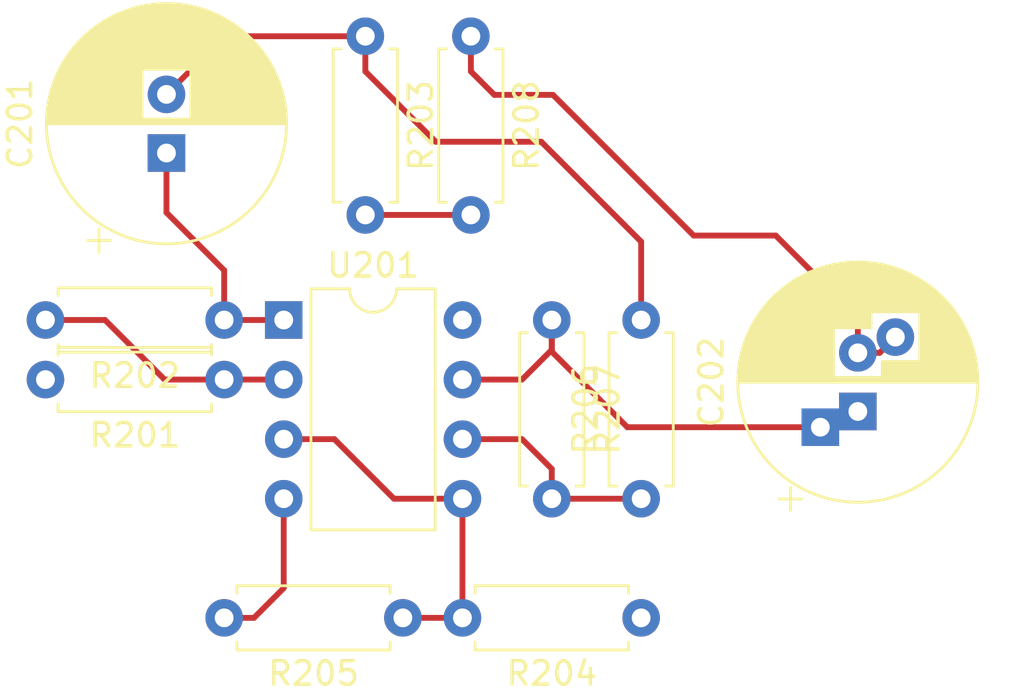
<source format=kicad_pcb>
(kicad_pcb (version 20171130) (host pcbnew "(5.1.9)-1")

  (general
    (thickness 1.6)
    (drawings 0)
    (tracks 45)
    (zones 0)
    (modules 11)
    (nets 11)
  )

  (page A4)
  (layers
    (0 F.Cu signal)
    (31 B.Cu signal)
    (32 B.Adhes user)
    (33 F.Adhes user)
    (34 B.Paste user)
    (35 F.Paste user)
    (36 B.SilkS user)
    (37 F.SilkS user)
    (38 B.Mask user)
    (39 F.Mask user)
    (40 Dwgs.User user)
    (41 Cmts.User user)
    (42 Eco1.User user)
    (43 Eco2.User user)
    (44 Edge.Cuts user)
    (45 Margin user)
    (46 B.CrtYd user)
    (47 F.CrtYd user)
    (48 B.Fab user)
    (49 F.Fab user)
  )

  (setup
    (last_trace_width 0.25)
    (trace_clearance 0.2)
    (zone_clearance 0.508)
    (zone_45_only no)
    (trace_min 0.2)
    (via_size 0.8)
    (via_drill 0.4)
    (via_min_size 0.4)
    (via_min_drill 0.3)
    (uvia_size 0.3)
    (uvia_drill 0.1)
    (uvias_allowed no)
    (uvia_min_size 0.2)
    (uvia_min_drill 0.1)
    (edge_width 0.1)
    (segment_width 0.2)
    (pcb_text_width 0.3)
    (pcb_text_size 1.5 1.5)
    (mod_edge_width 0.15)
    (mod_text_size 1 1)
    (mod_text_width 0.15)
    (pad_size 1.524 1.524)
    (pad_drill 0.762)
    (pad_to_mask_clearance 0)
    (aux_axis_origin 0 0)
    (visible_elements 7FFFFFFF)
    (pcbplotparams
      (layerselection 0x010fc_ffffffff)
      (usegerberextensions false)
      (usegerberattributes true)
      (usegerberadvancedattributes true)
      (creategerberjobfile true)
      (excludeedgelayer true)
      (linewidth 0.100000)
      (plotframeref false)
      (viasonmask false)
      (mode 1)
      (useauxorigin false)
      (hpglpennumber 1)
      (hpglpenspeed 20)
      (hpglpendiameter 15.000000)
      (psnegative false)
      (psa4output false)
      (plotreference true)
      (plotvalue true)
      (plotinvisibletext false)
      (padsonsilk false)
      (subtractmaskfromsilk false)
      (outputformat 1)
      (mirror false)
      (drillshape 1)
      (scaleselection 1)
      (outputdirectory ""))
  )

  (net 0 "")
  (net 1 "Net-(C201-Pad2)")
  (net 2 "Net-(C201-Pad1)")
  (net 3 Amplified_Output_to_PC_2)
  (net 4 "Net-(C202-Pad1)")
  (net 5 Electret_Mic)
  (net 6 +5V)
  (net 7 GND)
  (net 8 "Net-(R201-Pad1)")
  (net 9 GNDREF)
  (net 10 "Net-(R206-Pad1)")

  (net_class Default "This is the default net class."
    (clearance 0.2)
    (trace_width 0.25)
    (via_dia 0.8)
    (via_drill 0.4)
    (uvia_dia 0.3)
    (uvia_drill 0.1)
    (add_net +5V)
    (add_net Amplified_Output_to_PC_2)
    (add_net Electret_Mic)
    (add_net GND)
    (add_net GNDREF)
    (add_net "Net-(C201-Pad1)")
    (add_net "Net-(C201-Pad2)")
    (add_net "Net-(C202-Pad1)")
    (add_net "Net-(R201-Pad1)")
    (add_net "Net-(R206-Pad1)")
  )

  (module Capacitor_THT:CP_Radial_D10.0mm_P2.50mm_P5.00mm (layer F.Cu) (tedit 5AE50EF1) (tstamp 60B1FA43)
    (at 121 105.5 90)
    (descr "CP, Radial series, Radial, pin pitch=2.50mm 5.00mm, , diameter=10mm, Electrolytic Capacitor")
    (tags "CP Radial series Radial pin pitch 2.50mm 5.00mm  diameter 10mm Electrolytic Capacitor")
    (path /60B215B5/60B2909C)
    (fp_text reference C202 (at 1.25 -6.25 90) (layer F.SilkS)
      (effects (font (size 1 1) (thickness 0.15)))
    )
    (fp_text value 220u (at 1.25 6.25 90) (layer F.Fab)
      (effects (font (size 1 1) (thickness 0.15)))
    )
    (fp_line (start -3.729646 -3.375) (end -3.729646 -2.375) (layer F.SilkS) (width 0.12))
    (fp_line (start -4.229646 -2.875) (end -3.229646 -2.875) (layer F.SilkS) (width 0.12))
    (fp_line (start 6.331 -0.599) (end 6.331 0.599) (layer F.SilkS) (width 0.12))
    (fp_line (start 6.291 -0.862) (end 6.291 0.862) (layer F.SilkS) (width 0.12))
    (fp_line (start 6.251 -1.062) (end 6.251 1.062) (layer F.SilkS) (width 0.12))
    (fp_line (start 6.211 -1.23) (end 6.211 1.23) (layer F.SilkS) (width 0.12))
    (fp_line (start 6.171 -1.378) (end 6.171 1.378) (layer F.SilkS) (width 0.12))
    (fp_line (start 6.131 -1.51) (end 6.131 1.51) (layer F.SilkS) (width 0.12))
    (fp_line (start 6.091 -1.63) (end 6.091 1.63) (layer F.SilkS) (width 0.12))
    (fp_line (start 6.051 -1.742) (end 6.051 1.742) (layer F.SilkS) (width 0.12))
    (fp_line (start 6.011 -1.846) (end 6.011 1.846) (layer F.SilkS) (width 0.12))
    (fp_line (start 5.971 -1.944) (end 5.971 1.944) (layer F.SilkS) (width 0.12))
    (fp_line (start 5.931 -2.037) (end 5.931 2.037) (layer F.SilkS) (width 0.12))
    (fp_line (start 5.891 -2.125) (end 5.891 2.125) (layer F.SilkS) (width 0.12))
    (fp_line (start 5.851 -2.209) (end 5.851 2.209) (layer F.SilkS) (width 0.12))
    (fp_line (start 5.811 -2.289) (end 5.811 2.289) (layer F.SilkS) (width 0.12))
    (fp_line (start 5.771 -2.365) (end 5.771 2.365) (layer F.SilkS) (width 0.12))
    (fp_line (start 5.731 -2.439) (end 5.731 2.439) (layer F.SilkS) (width 0.12))
    (fp_line (start 5.691 -2.51) (end 5.691 2.51) (layer F.SilkS) (width 0.12))
    (fp_line (start 5.651 -2.579) (end 5.651 2.579) (layer F.SilkS) (width 0.12))
    (fp_line (start 5.611 -2.645) (end 5.611 2.645) (layer F.SilkS) (width 0.12))
    (fp_line (start 5.571 -2.709) (end 5.571 2.709) (layer F.SilkS) (width 0.12))
    (fp_line (start 5.531 -2.77) (end 5.531 2.77) (layer F.SilkS) (width 0.12))
    (fp_line (start 5.491 -2.83) (end 5.491 2.83) (layer F.SilkS) (width 0.12))
    (fp_line (start 5.451 -2.889) (end 5.451 2.889) (layer F.SilkS) (width 0.12))
    (fp_line (start 5.411 -2.945) (end 5.411 2.945) (layer F.SilkS) (width 0.12))
    (fp_line (start 5.371 -3) (end 5.371 3) (layer F.SilkS) (width 0.12))
    (fp_line (start 5.331 -3.054) (end 5.331 3.054) (layer F.SilkS) (width 0.12))
    (fp_line (start 5.291 -3.106) (end 5.291 3.106) (layer F.SilkS) (width 0.12))
    (fp_line (start 5.251 -3.156) (end 5.251 3.156) (layer F.SilkS) (width 0.12))
    (fp_line (start 5.211 -3.206) (end 5.211 3.206) (layer F.SilkS) (width 0.12))
    (fp_line (start 5.171 -3.254) (end 5.171 3.254) (layer F.SilkS) (width 0.12))
    (fp_line (start 5.131 -3.301) (end 5.131 3.301) (layer F.SilkS) (width 0.12))
    (fp_line (start 5.091 -3.347) (end 5.091 3.347) (layer F.SilkS) (width 0.12))
    (fp_line (start 5.051 -3.392) (end 5.051 3.392) (layer F.SilkS) (width 0.12))
    (fp_line (start 5.011 -3.436) (end 5.011 3.436) (layer F.SilkS) (width 0.12))
    (fp_line (start 4.971 -3.478) (end 4.971 3.478) (layer F.SilkS) (width 0.12))
    (fp_line (start 4.931 -3.52) (end 4.931 3.52) (layer F.SilkS) (width 0.12))
    (fp_line (start 4.891 -3.561) (end 4.891 3.561) (layer F.SilkS) (width 0.12))
    (fp_line (start 4.851 -3.601) (end 4.851 3.601) (layer F.SilkS) (width 0.12))
    (fp_line (start 4.811 -3.64) (end 4.811 3.64) (layer F.SilkS) (width 0.12))
    (fp_line (start 4.771 -3.679) (end 4.771 3.679) (layer F.SilkS) (width 0.12))
    (fp_line (start 4.731 -3.716) (end 4.731 3.716) (layer F.SilkS) (width 0.12))
    (fp_line (start 4.691 -3.753) (end 4.691 3.753) (layer F.SilkS) (width 0.12))
    (fp_line (start 4.651 -3.789) (end 4.651 3.789) (layer F.SilkS) (width 0.12))
    (fp_line (start 4.611 -3.824) (end 4.611 3.824) (layer F.SilkS) (width 0.12))
    (fp_line (start 4.571 -3.858) (end 4.571 3.858) (layer F.SilkS) (width 0.12))
    (fp_line (start 4.531 -3.892) (end 4.531 3.892) (layer F.SilkS) (width 0.12))
    (fp_line (start 4.491 -3.925) (end 4.491 3.925) (layer F.SilkS) (width 0.12))
    (fp_line (start 4.451 -3.957) (end 4.451 3.957) (layer F.SilkS) (width 0.12))
    (fp_line (start 4.411 -3.989) (end 4.411 3.989) (layer F.SilkS) (width 0.12))
    (fp_line (start 4.371 -4.02) (end 4.371 4.02) (layer F.SilkS) (width 0.12))
    (fp_line (start 4.331 -4.05) (end 4.331 4.05) (layer F.SilkS) (width 0.12))
    (fp_line (start 4.291 -4.08) (end 4.291 4.08) (layer F.SilkS) (width 0.12))
    (fp_line (start 4.251 -4.11) (end 4.251 4.11) (layer F.SilkS) (width 0.12))
    (fp_line (start 4.211 2.64) (end 4.211 4.138) (layer F.SilkS) (width 0.12))
    (fp_line (start 4.211 -4.138) (end 4.211 0.56) (layer F.SilkS) (width 0.12))
    (fp_line (start 4.171 2.64) (end 4.171 4.166) (layer F.SilkS) (width 0.12))
    (fp_line (start 4.171 -4.166) (end 4.171 0.56) (layer F.SilkS) (width 0.12))
    (fp_line (start 4.131 2.64) (end 4.131 4.194) (layer F.SilkS) (width 0.12))
    (fp_line (start 4.131 -4.194) (end 4.131 0.56) (layer F.SilkS) (width 0.12))
    (fp_line (start 4.091 2.64) (end 4.091 4.221) (layer F.SilkS) (width 0.12))
    (fp_line (start 4.091 -4.221) (end 4.091 0.56) (layer F.SilkS) (width 0.12))
    (fp_line (start 4.051 2.64) (end 4.051 4.247) (layer F.SilkS) (width 0.12))
    (fp_line (start 4.051 -4.247) (end 4.051 0.56) (layer F.SilkS) (width 0.12))
    (fp_line (start 4.011 2.64) (end 4.011 4.273) (layer F.SilkS) (width 0.12))
    (fp_line (start 4.011 -4.273) (end 4.011 0.56) (layer F.SilkS) (width 0.12))
    (fp_line (start 3.971 2.64) (end 3.971 4.298) (layer F.SilkS) (width 0.12))
    (fp_line (start 3.971 -4.298) (end 3.971 0.56) (layer F.SilkS) (width 0.12))
    (fp_line (start 3.931 2.64) (end 3.931 4.323) (layer F.SilkS) (width 0.12))
    (fp_line (start 3.931 -4.323) (end 3.931 0.56) (layer F.SilkS) (width 0.12))
    (fp_line (start 3.891 2.64) (end 3.891 4.347) (layer F.SilkS) (width 0.12))
    (fp_line (start 3.891 -4.347) (end 3.891 0.56) (layer F.SilkS) (width 0.12))
    (fp_line (start 3.851 2.64) (end 3.851 4.371) (layer F.SilkS) (width 0.12))
    (fp_line (start 3.851 -4.371) (end 3.851 0.56) (layer F.SilkS) (width 0.12))
    (fp_line (start 3.811 2.64) (end 3.811 4.395) (layer F.SilkS) (width 0.12))
    (fp_line (start 3.811 -4.395) (end 3.811 0.56) (layer F.SilkS) (width 0.12))
    (fp_line (start 3.771 2.64) (end 3.771 4.417) (layer F.SilkS) (width 0.12))
    (fp_line (start 3.771 -4.417) (end 3.771 0.56) (layer F.SilkS) (width 0.12))
    (fp_line (start 3.731 2.64) (end 3.731 4.44) (layer F.SilkS) (width 0.12))
    (fp_line (start 3.731 -4.44) (end 3.731 0.56) (layer F.SilkS) (width 0.12))
    (fp_line (start 3.691 2.64) (end 3.691 4.462) (layer F.SilkS) (width 0.12))
    (fp_line (start 3.691 -4.462) (end 3.691 0.56) (layer F.SilkS) (width 0.12))
    (fp_line (start 3.651 2.64) (end 3.651 4.483) (layer F.SilkS) (width 0.12))
    (fp_line (start 3.651 -4.483) (end 3.651 0.56) (layer F.SilkS) (width 0.12))
    (fp_line (start 3.611 2.64) (end 3.611 4.504) (layer F.SilkS) (width 0.12))
    (fp_line (start 3.611 -4.504) (end 3.611 0.56) (layer F.SilkS) (width 0.12))
    (fp_line (start 3.571 2.64) (end 3.571 4.525) (layer F.SilkS) (width 0.12))
    (fp_line (start 3.571 -4.525) (end 3.571 0.56) (layer F.SilkS) (width 0.12))
    (fp_line (start 3.531 2.64) (end 3.531 4.545) (layer F.SilkS) (width 0.12))
    (fp_line (start 3.531 -4.545) (end 3.531 -1.04) (layer F.SilkS) (width 0.12))
    (fp_line (start 3.491 2.64) (end 3.491 4.564) (layer F.SilkS) (width 0.12))
    (fp_line (start 3.491 -4.564) (end 3.491 -1.04) (layer F.SilkS) (width 0.12))
    (fp_line (start 3.451 2.64) (end 3.451 4.584) (layer F.SilkS) (width 0.12))
    (fp_line (start 3.451 -4.584) (end 3.451 -1.04) (layer F.SilkS) (width 0.12))
    (fp_line (start 3.411 2.64) (end 3.411 4.603) (layer F.SilkS) (width 0.12))
    (fp_line (start 3.411 -4.603) (end 3.411 -1.04) (layer F.SilkS) (width 0.12))
    (fp_line (start 3.371 2.64) (end 3.371 4.621) (layer F.SilkS) (width 0.12))
    (fp_line (start 3.371 -4.621) (end 3.371 -1.04) (layer F.SilkS) (width 0.12))
    (fp_line (start 3.331 2.64) (end 3.331 4.639) (layer F.SilkS) (width 0.12))
    (fp_line (start 3.331 -4.639) (end 3.331 -1.04) (layer F.SilkS) (width 0.12))
    (fp_line (start 3.291 2.64) (end 3.291 4.657) (layer F.SilkS) (width 0.12))
    (fp_line (start 3.291 -4.657) (end 3.291 -1.04) (layer F.SilkS) (width 0.12))
    (fp_line (start 3.251 2.64) (end 3.251 4.674) (layer F.SilkS) (width 0.12))
    (fp_line (start 3.251 -4.674) (end 3.251 -1.04) (layer F.SilkS) (width 0.12))
    (fp_line (start 3.211 2.64) (end 3.211 4.69) (layer F.SilkS) (width 0.12))
    (fp_line (start 3.211 -4.69) (end 3.211 -1.04) (layer F.SilkS) (width 0.12))
    (fp_line (start 3.171 2.64) (end 3.171 4.707) (layer F.SilkS) (width 0.12))
    (fp_line (start 3.171 -4.707) (end 3.171 -1.04) (layer F.SilkS) (width 0.12))
    (fp_line (start 3.131 2.64) (end 3.131 4.723) (layer F.SilkS) (width 0.12))
    (fp_line (start 3.131 -4.723) (end 3.131 -1.04) (layer F.SilkS) (width 0.12))
    (fp_line (start 3.091 2.64) (end 3.091 4.738) (layer F.SilkS) (width 0.12))
    (fp_line (start 3.091 -4.738) (end 3.091 -1.04) (layer F.SilkS) (width 0.12))
    (fp_line (start 3.051 2.64) (end 3.051 4.754) (layer F.SilkS) (width 0.12))
    (fp_line (start 3.051 -4.754) (end 3.051 -1.04) (layer F.SilkS) (width 0.12))
    (fp_line (start 3.011 2.64) (end 3.011 4.768) (layer F.SilkS) (width 0.12))
    (fp_line (start 3.011 -4.768) (end 3.011 -1.04) (layer F.SilkS) (width 0.12))
    (fp_line (start 2.971 2.64) (end 2.971 4.783) (layer F.SilkS) (width 0.12))
    (fp_line (start 2.971 -4.783) (end 2.971 -1.04) (layer F.SilkS) (width 0.12))
    (fp_line (start 2.931 2.64) (end 2.931 4.797) (layer F.SilkS) (width 0.12))
    (fp_line (start 2.931 -4.797) (end 2.931 -1.04) (layer F.SilkS) (width 0.12))
    (fp_line (start 2.891 2.64) (end 2.891 4.811) (layer F.SilkS) (width 0.12))
    (fp_line (start 2.891 -4.811) (end 2.891 -1.04) (layer F.SilkS) (width 0.12))
    (fp_line (start 2.851 2.64) (end 2.851 4.824) (layer F.SilkS) (width 0.12))
    (fp_line (start 2.851 -4.824) (end 2.851 -1.04) (layer F.SilkS) (width 0.12))
    (fp_line (start 2.811 2.64) (end 2.811 4.837) (layer F.SilkS) (width 0.12))
    (fp_line (start 2.811 -4.837) (end 2.811 -1.04) (layer F.SilkS) (width 0.12))
    (fp_line (start 2.771 2.64) (end 2.771 4.85) (layer F.SilkS) (width 0.12))
    (fp_line (start 2.771 -4.85) (end 2.771 -1.04) (layer F.SilkS) (width 0.12))
    (fp_line (start 2.731 2.64) (end 2.731 4.862) (layer F.SilkS) (width 0.12))
    (fp_line (start 2.731 -4.862) (end 2.731 -1.04) (layer F.SilkS) (width 0.12))
    (fp_line (start 2.691 2.64) (end 2.691 4.874) (layer F.SilkS) (width 0.12))
    (fp_line (start 2.691 -4.874) (end 2.691 -1.04) (layer F.SilkS) (width 0.12))
    (fp_line (start 2.651 2.64) (end 2.651 4.885) (layer F.SilkS) (width 0.12))
    (fp_line (start 2.651 -4.885) (end 2.651 -1.04) (layer F.SilkS) (width 0.12))
    (fp_line (start 2.611 2.64) (end 2.611 4.897) (layer F.SilkS) (width 0.12))
    (fp_line (start 2.611 -4.897) (end 2.611 -1.04) (layer F.SilkS) (width 0.12))
    (fp_line (start 2.571 2.64) (end 2.571 4.907) (layer F.SilkS) (width 0.12))
    (fp_line (start 2.571 -4.907) (end 2.571 -1.04) (layer F.SilkS) (width 0.12))
    (fp_line (start 2.531 2.64) (end 2.531 4.918) (layer F.SilkS) (width 0.12))
    (fp_line (start 2.531 -4.918) (end 2.531 -1.04) (layer F.SilkS) (width 0.12))
    (fp_line (start 2.491 2.64) (end 2.491 4.928) (layer F.SilkS) (width 0.12))
    (fp_line (start 2.491 -4.928) (end 2.491 -1.04) (layer F.SilkS) (width 0.12))
    (fp_line (start 2.451 2.64) (end 2.451 4.938) (layer F.SilkS) (width 0.12))
    (fp_line (start 2.451 -4.938) (end 2.451 -1.04) (layer F.SilkS) (width 0.12))
    (fp_line (start 2.411 2.64) (end 2.411 4.947) (layer F.SilkS) (width 0.12))
    (fp_line (start 2.411 -4.947) (end 2.411 -1.04) (layer F.SilkS) (width 0.12))
    (fp_line (start 2.371 2.64) (end 2.371 4.956) (layer F.SilkS) (width 0.12))
    (fp_line (start 2.371 -4.956) (end 2.371 -1.04) (layer F.SilkS) (width 0.12))
    (fp_line (start 2.331 2.64) (end 2.331 4.965) (layer F.SilkS) (width 0.12))
    (fp_line (start 2.331 -4.965) (end 2.331 -1.04) (layer F.SilkS) (width 0.12))
    (fp_line (start 2.291 2.64) (end 2.291 4.974) (layer F.SilkS) (width 0.12))
    (fp_line (start 2.291 -4.974) (end 2.291 -1.04) (layer F.SilkS) (width 0.12))
    (fp_line (start 2.251 2.64) (end 2.251 4.982) (layer F.SilkS) (width 0.12))
    (fp_line (start 2.251 -4.982) (end 2.251 -1.04) (layer F.SilkS) (width 0.12))
    (fp_line (start 2.211 2.64) (end 2.211 4.99) (layer F.SilkS) (width 0.12))
    (fp_line (start 2.211 -4.99) (end 2.211 -1.04) (layer F.SilkS) (width 0.12))
    (fp_line (start 2.171 2.64) (end 2.171 4.997) (layer F.SilkS) (width 0.12))
    (fp_line (start 2.171 -4.997) (end 2.171 -1.04) (layer F.SilkS) (width 0.12))
    (fp_line (start 2.131 1.04) (end 2.131 5.004) (layer F.SilkS) (width 0.12))
    (fp_line (start 2.131 -5.004) (end 2.131 -1.04) (layer F.SilkS) (width 0.12))
    (fp_line (start 2.091 1.04) (end 2.091 5.011) (layer F.SilkS) (width 0.12))
    (fp_line (start 2.091 -5.011) (end 2.091 -1.04) (layer F.SilkS) (width 0.12))
    (fp_line (start 2.051 1.04) (end 2.051 5.018) (layer F.SilkS) (width 0.12))
    (fp_line (start 2.051 -5.018) (end 2.051 -1.04) (layer F.SilkS) (width 0.12))
    (fp_line (start 2.011 1.04) (end 2.011 5.024) (layer F.SilkS) (width 0.12))
    (fp_line (start 2.011 -5.024) (end 2.011 -1.04) (layer F.SilkS) (width 0.12))
    (fp_line (start 1.971 1.04) (end 1.971 5.03) (layer F.SilkS) (width 0.12))
    (fp_line (start 1.971 -5.03) (end 1.971 -1.04) (layer F.SilkS) (width 0.12))
    (fp_line (start 1.93 1.04) (end 1.93 5.035) (layer F.SilkS) (width 0.12))
    (fp_line (start 1.93 -5.035) (end 1.93 -1.04) (layer F.SilkS) (width 0.12))
    (fp_line (start 1.89 1.04) (end 1.89 5.04) (layer F.SilkS) (width 0.12))
    (fp_line (start 1.89 -5.04) (end 1.89 -1.04) (layer F.SilkS) (width 0.12))
    (fp_line (start 1.85 1.04) (end 1.85 5.045) (layer F.SilkS) (width 0.12))
    (fp_line (start 1.85 -5.045) (end 1.85 -1.04) (layer F.SilkS) (width 0.12))
    (fp_line (start 1.81 1.04) (end 1.81 5.05) (layer F.SilkS) (width 0.12))
    (fp_line (start 1.81 -5.05) (end 1.81 -1.04) (layer F.SilkS) (width 0.12))
    (fp_line (start 1.77 1.04) (end 1.77 5.054) (layer F.SilkS) (width 0.12))
    (fp_line (start 1.77 -5.054) (end 1.77 -1.04) (layer F.SilkS) (width 0.12))
    (fp_line (start 1.73 1.04) (end 1.73 5.058) (layer F.SilkS) (width 0.12))
    (fp_line (start 1.73 -5.058) (end 1.73 -1.04) (layer F.SilkS) (width 0.12))
    (fp_line (start 1.69 1.04) (end 1.69 5.062) (layer F.SilkS) (width 0.12))
    (fp_line (start 1.69 -5.062) (end 1.69 -1.04) (layer F.SilkS) (width 0.12))
    (fp_line (start 1.65 1.04) (end 1.65 5.065) (layer F.SilkS) (width 0.12))
    (fp_line (start 1.65 -5.065) (end 1.65 -1.04) (layer F.SilkS) (width 0.12))
    (fp_line (start 1.61 1.04) (end 1.61 5.068) (layer F.SilkS) (width 0.12))
    (fp_line (start 1.61 -5.068) (end 1.61 -1.04) (layer F.SilkS) (width 0.12))
    (fp_line (start 1.57 1.04) (end 1.57 5.07) (layer F.SilkS) (width 0.12))
    (fp_line (start 1.57 -5.07) (end 1.57 -1.04) (layer F.SilkS) (width 0.12))
    (fp_line (start 1.53 1.04) (end 1.53 5.073) (layer F.SilkS) (width 0.12))
    (fp_line (start 1.53 -5.073) (end 1.53 -1.04) (layer F.SilkS) (width 0.12))
    (fp_line (start 1.49 1.04) (end 1.49 5.075) (layer F.SilkS) (width 0.12))
    (fp_line (start 1.49 -5.075) (end 1.49 -1.04) (layer F.SilkS) (width 0.12))
    (fp_line (start 1.45 -5.077) (end 1.45 5.077) (layer F.SilkS) (width 0.12))
    (fp_line (start 1.41 -5.078) (end 1.41 5.078) (layer F.SilkS) (width 0.12))
    (fp_line (start 1.37 -5.079) (end 1.37 5.079) (layer F.SilkS) (width 0.12))
    (fp_line (start 1.33 -5.08) (end 1.33 5.08) (layer F.SilkS) (width 0.12))
    (fp_line (start 1.29 -5.08) (end 1.29 5.08) (layer F.SilkS) (width 0.12))
    (fp_line (start 1.25 -5.08) (end 1.25 5.08) (layer F.SilkS) (width 0.12))
    (fp_line (start -2.538861 -2.6875) (end -2.538861 -1.6875) (layer F.Fab) (width 0.1))
    (fp_line (start -3.038861 -2.1875) (end -2.038861 -2.1875) (layer F.Fab) (width 0.1))
    (fp_circle (center 1.25 0) (end 6.5 0) (layer F.CrtYd) (width 0.05))
    (fp_circle (center 1.25 0) (end 6.37 0) (layer F.SilkS) (width 0.12))
    (fp_circle (center 1.25 0) (end 6.25 0) (layer F.Fab) (width 0.1))
    (fp_text user %R (at 1.25 0 90) (layer F.Fab)
      (effects (font (size 1 1) (thickness 0.15)))
    )
    (pad 2 thru_hole circle (at 3.170937 1.6 90) (size 1.6 1.6) (drill 0.8) (layers *.Cu *.Mask)
      (net 3 Amplified_Output_to_PC_2))
    (pad 1 thru_hole rect (at -0.670937 -1.6 90) (size 1.6 1.6) (drill 0.8) (layers *.Cu *.Mask)
      (net 4 "Net-(C202-Pad1)"))
    (pad 2 thru_hole circle (at 2.5 0 90) (size 1.6 1.6) (drill 0.8) (layers *.Cu *.Mask)
      (net 3 Amplified_Output_to_PC_2))
    (pad 1 thru_hole rect (at 0 0 90) (size 1.6 1.6) (drill 0.8) (layers *.Cu *.Mask)
      (net 4 "Net-(C202-Pad1)"))
    (model ${KISYS3DMOD}/Capacitor_THT.3dshapes/CP_Radial_D10.0mm_P2.50mm_P5.00mm.wrl
      (at (xyz 0 0 0))
      (scale (xyz 1 1 1))
      (rotate (xyz 0 0 0))
    )
  )

  (module Package_DIP:DIP-8_W7.62mm (layer F.Cu) (tedit 5A02E8C5) (tstamp 60B1B9FE)
    (at 96.52 101.6)
    (descr "8-lead though-hole mounted DIP package, row spacing 7.62 mm (300 mils)")
    (tags "THT DIP DIL PDIP 2.54mm 7.62mm 300mil")
    (path /60B215B5/60B290D4)
    (fp_text reference U201 (at 3.81 -2.33) (layer F.SilkS)
      (effects (font (size 1 1) (thickness 0.15)))
    )
    (fp_text value TL072 (at 3.81 9.95) (layer F.Fab)
      (effects (font (size 1 1) (thickness 0.15)))
    )
    (fp_line (start 8.7 -1.55) (end -1.1 -1.55) (layer F.CrtYd) (width 0.05))
    (fp_line (start 8.7 9.15) (end 8.7 -1.55) (layer F.CrtYd) (width 0.05))
    (fp_line (start -1.1 9.15) (end 8.7 9.15) (layer F.CrtYd) (width 0.05))
    (fp_line (start -1.1 -1.55) (end -1.1 9.15) (layer F.CrtYd) (width 0.05))
    (fp_line (start 6.46 -1.33) (end 4.81 -1.33) (layer F.SilkS) (width 0.12))
    (fp_line (start 6.46 8.95) (end 6.46 -1.33) (layer F.SilkS) (width 0.12))
    (fp_line (start 1.16 8.95) (end 6.46 8.95) (layer F.SilkS) (width 0.12))
    (fp_line (start 1.16 -1.33) (end 1.16 8.95) (layer F.SilkS) (width 0.12))
    (fp_line (start 2.81 -1.33) (end 1.16 -1.33) (layer F.SilkS) (width 0.12))
    (fp_line (start 0.635 -0.27) (end 1.635 -1.27) (layer F.Fab) (width 0.1))
    (fp_line (start 0.635 8.89) (end 0.635 -0.27) (layer F.Fab) (width 0.1))
    (fp_line (start 6.985 8.89) (end 0.635 8.89) (layer F.Fab) (width 0.1))
    (fp_line (start 6.985 -1.27) (end 6.985 8.89) (layer F.Fab) (width 0.1))
    (fp_line (start 1.635 -1.27) (end 6.985 -1.27) (layer F.Fab) (width 0.1))
    (fp_text user %R (at 3.81 3.81) (layer F.Fab)
      (effects (font (size 1 1) (thickness 0.15)))
    )
    (fp_arc (start 3.81 -1.33) (end 2.81 -1.33) (angle -180) (layer F.SilkS) (width 0.12))
    (pad 8 thru_hole oval (at 7.62 0) (size 1.6 1.6) (drill 0.8) (layers *.Cu *.Mask)
      (net 6 +5V))
    (pad 4 thru_hole oval (at 0 7.62) (size 1.6 1.6) (drill 0.8) (layers *.Cu *.Mask)
      (net 7 GND))
    (pad 7 thru_hole oval (at 7.62 2.54) (size 1.6 1.6) (drill 0.8) (layers *.Cu *.Mask)
      (net 4 "Net-(C202-Pad1)"))
    (pad 3 thru_hole oval (at 0 5.08) (size 1.6 1.6) (drill 0.8) (layers *.Cu *.Mask)
      (net 9 GNDREF))
    (pad 6 thru_hole oval (at 7.62 5.08) (size 1.6 1.6) (drill 0.8) (layers *.Cu *.Mask)
      (net 10 "Net-(R206-Pad1)"))
    (pad 2 thru_hole oval (at 0 2.54) (size 1.6 1.6) (drill 0.8) (layers *.Cu *.Mask)
      (net 8 "Net-(R201-Pad1)"))
    (pad 5 thru_hole oval (at 7.62 7.62) (size 1.6 1.6) (drill 0.8) (layers *.Cu *.Mask)
      (net 9 GNDREF))
    (pad 1 thru_hole rect (at 0 0) (size 1.6 1.6) (drill 0.8) (layers *.Cu *.Mask)
      (net 2 "Net-(C201-Pad1)"))
    (model ${KISYS3DMOD}/Package_DIP.3dshapes/DIP-8_W7.62mm.wrl
      (at (xyz 0 0 0))
      (scale (xyz 1 1 1))
      (rotate (xyz 0 0 0))
    )
  )

  (module Resistor_THT:R_Axial_DIN0207_L6.3mm_D2.5mm_P7.62mm_Horizontal (layer F.Cu) (tedit 5AE5139B) (tstamp 60B20858)
    (at 104.5 89.5 270)
    (descr "Resistor, Axial_DIN0207 series, Axial, Horizontal, pin pitch=7.62mm, 0.25W = 1/4W, length*diameter=6.3*2.5mm^2, http://cdn-reichelt.de/documents/datenblatt/B400/1_4W%23YAG.pdf")
    (tags "Resistor Axial_DIN0207 series Axial Horizontal pin pitch 7.62mm 0.25W = 1/4W length 6.3mm diameter 2.5mm")
    (path /60B215B5/60B290FE)
    (fp_text reference R208 (at 3.81 -2.37 90) (layer F.SilkS)
      (effects (font (size 1 1) (thickness 0.15)))
    )
    (fp_text value 10k (at 3.81 2.37 90) (layer F.Fab)
      (effects (font (size 1 1) (thickness 0.15)))
    )
    (fp_line (start 8.67 -1.5) (end -1.05 -1.5) (layer F.CrtYd) (width 0.05))
    (fp_line (start 8.67 1.5) (end 8.67 -1.5) (layer F.CrtYd) (width 0.05))
    (fp_line (start -1.05 1.5) (end 8.67 1.5) (layer F.CrtYd) (width 0.05))
    (fp_line (start -1.05 -1.5) (end -1.05 1.5) (layer F.CrtYd) (width 0.05))
    (fp_line (start 7.08 1.37) (end 7.08 1.04) (layer F.SilkS) (width 0.12))
    (fp_line (start 0.54 1.37) (end 7.08 1.37) (layer F.SilkS) (width 0.12))
    (fp_line (start 0.54 1.04) (end 0.54 1.37) (layer F.SilkS) (width 0.12))
    (fp_line (start 7.08 -1.37) (end 7.08 -1.04) (layer F.SilkS) (width 0.12))
    (fp_line (start 0.54 -1.37) (end 7.08 -1.37) (layer F.SilkS) (width 0.12))
    (fp_line (start 0.54 -1.04) (end 0.54 -1.37) (layer F.SilkS) (width 0.12))
    (fp_line (start 7.62 0) (end 6.96 0) (layer F.Fab) (width 0.1))
    (fp_line (start 0 0) (end 0.66 0) (layer F.Fab) (width 0.1))
    (fp_line (start 6.96 -1.25) (end 0.66 -1.25) (layer F.Fab) (width 0.1))
    (fp_line (start 6.96 1.25) (end 6.96 -1.25) (layer F.Fab) (width 0.1))
    (fp_line (start 0.66 1.25) (end 6.96 1.25) (layer F.Fab) (width 0.1))
    (fp_line (start 0.66 -1.25) (end 0.66 1.25) (layer F.Fab) (width 0.1))
    (fp_text user %R (at 3.81 0 90) (layer F.Fab)
      (effects (font (size 1 1) (thickness 0.15)))
    )
    (pad 2 thru_hole oval (at 7.62 0 270) (size 1.6 1.6) (drill 0.8) (layers *.Cu *.Mask)
      (net 7 GND))
    (pad 1 thru_hole circle (at 0 0 270) (size 1.6 1.6) (drill 0.8) (layers *.Cu *.Mask)
      (net 3 Amplified_Output_to_PC_2))
    (model ${KISYS3DMOD}/Resistor_THT.3dshapes/R_Axial_DIN0207_L6.3mm_D2.5mm_P7.62mm_Horizontal.wrl
      (at (xyz 0 0 0))
      (scale (xyz 1 1 1))
      (rotate (xyz 0 0 0))
    )
  )

  (module Resistor_THT:R_Axial_DIN0207_L6.3mm_D2.5mm_P7.62mm_Horizontal (layer F.Cu) (tedit 5AE5139B) (tstamp 60B1D867)
    (at 107.95 101.6 270)
    (descr "Resistor, Axial_DIN0207 series, Axial, Horizontal, pin pitch=7.62mm, 0.25W = 1/4W, length*diameter=6.3*2.5mm^2, http://cdn-reichelt.de/documents/datenblatt/B400/1_4W%23YAG.pdf")
    (tags "Resistor Axial_DIN0207 series Axial Horizontal pin pitch 7.62mm 0.25W = 1/4W length 6.3mm diameter 2.5mm")
    (path /60B215B5/60B2911A)
    (fp_text reference R207 (at 3.81 -2.37 90) (layer F.SilkS)
      (effects (font (size 1 1) (thickness 0.15)))
    )
    (fp_text value 1k (at 3.81 2.37 90) (layer F.Fab)
      (effects (font (size 1 1) (thickness 0.15)))
    )
    (fp_line (start 8.67 -1.5) (end -1.05 -1.5) (layer F.CrtYd) (width 0.05))
    (fp_line (start 8.67 1.5) (end 8.67 -1.5) (layer F.CrtYd) (width 0.05))
    (fp_line (start -1.05 1.5) (end 8.67 1.5) (layer F.CrtYd) (width 0.05))
    (fp_line (start -1.05 -1.5) (end -1.05 1.5) (layer F.CrtYd) (width 0.05))
    (fp_line (start 7.08 1.37) (end 7.08 1.04) (layer F.SilkS) (width 0.12))
    (fp_line (start 0.54 1.37) (end 7.08 1.37) (layer F.SilkS) (width 0.12))
    (fp_line (start 0.54 1.04) (end 0.54 1.37) (layer F.SilkS) (width 0.12))
    (fp_line (start 7.08 -1.37) (end 7.08 -1.04) (layer F.SilkS) (width 0.12))
    (fp_line (start 0.54 -1.37) (end 7.08 -1.37) (layer F.SilkS) (width 0.12))
    (fp_line (start 0.54 -1.04) (end 0.54 -1.37) (layer F.SilkS) (width 0.12))
    (fp_line (start 7.62 0) (end 6.96 0) (layer F.Fab) (width 0.1))
    (fp_line (start 0 0) (end 0.66 0) (layer F.Fab) (width 0.1))
    (fp_line (start 6.96 -1.25) (end 0.66 -1.25) (layer F.Fab) (width 0.1))
    (fp_line (start 6.96 1.25) (end 6.96 -1.25) (layer F.Fab) (width 0.1))
    (fp_line (start 0.66 1.25) (end 6.96 1.25) (layer F.Fab) (width 0.1))
    (fp_line (start 0.66 -1.25) (end 0.66 1.25) (layer F.Fab) (width 0.1))
    (fp_text user %R (at 3.81 0 90) (layer F.Fab)
      (effects (font (size 1 1) (thickness 0.15)))
    )
    (pad 2 thru_hole oval (at 7.62 0 270) (size 1.6 1.6) (drill 0.8) (layers *.Cu *.Mask)
      (net 10 "Net-(R206-Pad1)"))
    (pad 1 thru_hole circle (at 0 0 270) (size 1.6 1.6) (drill 0.8) (layers *.Cu *.Mask)
      (net 4 "Net-(C202-Pad1)"))
    (model ${KISYS3DMOD}/Resistor_THT.3dshapes/R_Axial_DIN0207_L6.3mm_D2.5mm_P7.62mm_Horizontal.wrl
      (at (xyz 0 0 0))
      (scale (xyz 1 1 1))
      (rotate (xyz 0 0 0))
    )
  )

  (module Resistor_THT:R_Axial_DIN0207_L6.3mm_D2.5mm_P7.62mm_Horizontal (layer F.Cu) (tedit 5AE5139B) (tstamp 60B1B9B4)
    (at 111.76 109.22 90)
    (descr "Resistor, Axial_DIN0207 series, Axial, Horizontal, pin pitch=7.62mm, 0.25W = 1/4W, length*diameter=6.3*2.5mm^2, http://cdn-reichelt.de/documents/datenblatt/B400/1_4W%23YAG.pdf")
    (tags "Resistor Axial_DIN0207 series Axial Horizontal pin pitch 7.62mm 0.25W = 1/4W length 6.3mm diameter 2.5mm")
    (path /60B215B5/60B29104)
    (fp_text reference R206 (at 3.81 -2.37 90) (layer F.SilkS)
      (effects (font (size 1 1) (thickness 0.15)))
    )
    (fp_text value 1k (at 3.81 2.37 90) (layer F.Fab)
      (effects (font (size 1 1) (thickness 0.15)))
    )
    (fp_line (start 8.67 -1.5) (end -1.05 -1.5) (layer F.CrtYd) (width 0.05))
    (fp_line (start 8.67 1.5) (end 8.67 -1.5) (layer F.CrtYd) (width 0.05))
    (fp_line (start -1.05 1.5) (end 8.67 1.5) (layer F.CrtYd) (width 0.05))
    (fp_line (start -1.05 -1.5) (end -1.05 1.5) (layer F.CrtYd) (width 0.05))
    (fp_line (start 7.08 1.37) (end 7.08 1.04) (layer F.SilkS) (width 0.12))
    (fp_line (start 0.54 1.37) (end 7.08 1.37) (layer F.SilkS) (width 0.12))
    (fp_line (start 0.54 1.04) (end 0.54 1.37) (layer F.SilkS) (width 0.12))
    (fp_line (start 7.08 -1.37) (end 7.08 -1.04) (layer F.SilkS) (width 0.12))
    (fp_line (start 0.54 -1.37) (end 7.08 -1.37) (layer F.SilkS) (width 0.12))
    (fp_line (start 0.54 -1.04) (end 0.54 -1.37) (layer F.SilkS) (width 0.12))
    (fp_line (start 7.62 0) (end 6.96 0) (layer F.Fab) (width 0.1))
    (fp_line (start 0 0) (end 0.66 0) (layer F.Fab) (width 0.1))
    (fp_line (start 6.96 -1.25) (end 0.66 -1.25) (layer F.Fab) (width 0.1))
    (fp_line (start 6.96 1.25) (end 6.96 -1.25) (layer F.Fab) (width 0.1))
    (fp_line (start 0.66 1.25) (end 6.96 1.25) (layer F.Fab) (width 0.1))
    (fp_line (start 0.66 -1.25) (end 0.66 1.25) (layer F.Fab) (width 0.1))
    (fp_text user %R (at 3.81 0 90) (layer F.Fab)
      (effects (font (size 1 1) (thickness 0.15)))
    )
    (pad 2 thru_hole oval (at 7.62 0 90) (size 1.6 1.6) (drill 0.8) (layers *.Cu *.Mask)
      (net 1 "Net-(C201-Pad2)"))
    (pad 1 thru_hole circle (at 0 0 90) (size 1.6 1.6) (drill 0.8) (layers *.Cu *.Mask)
      (net 10 "Net-(R206-Pad1)"))
    (model ${KISYS3DMOD}/Resistor_THT.3dshapes/R_Axial_DIN0207_L6.3mm_D2.5mm_P7.62mm_Horizontal.wrl
      (at (xyz 0 0 0))
      (scale (xyz 1 1 1))
      (rotate (xyz 0 0 0))
    )
  )

  (module Resistor_THT:R_Axial_DIN0207_L6.3mm_D2.5mm_P7.62mm_Horizontal (layer F.Cu) (tedit 5AE5139B) (tstamp 60B1DAFD)
    (at 101.6 114.3 180)
    (descr "Resistor, Axial_DIN0207 series, Axial, Horizontal, pin pitch=7.62mm, 0.25W = 1/4W, length*diameter=6.3*2.5mm^2, http://cdn-reichelt.de/documents/datenblatt/B400/1_4W%23YAG.pdf")
    (tags "Resistor Axial_DIN0207 series Axial Horizontal pin pitch 7.62mm 0.25W = 1/4W length 6.3mm diameter 2.5mm")
    (path /60B215B5/60B2912C)
    (fp_text reference R205 (at 3.81 -2.37) (layer F.SilkS)
      (effects (font (size 1 1) (thickness 0.15)))
    )
    (fp_text value 100k (at 3.81 2.37) (layer F.Fab)
      (effects (font (size 1 1) (thickness 0.15)))
    )
    (fp_line (start 8.67 -1.5) (end -1.05 -1.5) (layer F.CrtYd) (width 0.05))
    (fp_line (start 8.67 1.5) (end 8.67 -1.5) (layer F.CrtYd) (width 0.05))
    (fp_line (start -1.05 1.5) (end 8.67 1.5) (layer F.CrtYd) (width 0.05))
    (fp_line (start -1.05 -1.5) (end -1.05 1.5) (layer F.CrtYd) (width 0.05))
    (fp_line (start 7.08 1.37) (end 7.08 1.04) (layer F.SilkS) (width 0.12))
    (fp_line (start 0.54 1.37) (end 7.08 1.37) (layer F.SilkS) (width 0.12))
    (fp_line (start 0.54 1.04) (end 0.54 1.37) (layer F.SilkS) (width 0.12))
    (fp_line (start 7.08 -1.37) (end 7.08 -1.04) (layer F.SilkS) (width 0.12))
    (fp_line (start 0.54 -1.37) (end 7.08 -1.37) (layer F.SilkS) (width 0.12))
    (fp_line (start 0.54 -1.04) (end 0.54 -1.37) (layer F.SilkS) (width 0.12))
    (fp_line (start 7.62 0) (end 6.96 0) (layer F.Fab) (width 0.1))
    (fp_line (start 0 0) (end 0.66 0) (layer F.Fab) (width 0.1))
    (fp_line (start 6.96 -1.25) (end 0.66 -1.25) (layer F.Fab) (width 0.1))
    (fp_line (start 6.96 1.25) (end 6.96 -1.25) (layer F.Fab) (width 0.1))
    (fp_line (start 0.66 1.25) (end 6.96 1.25) (layer F.Fab) (width 0.1))
    (fp_line (start 0.66 -1.25) (end 0.66 1.25) (layer F.Fab) (width 0.1))
    (fp_text user %R (at 3.81 0) (layer F.Fab)
      (effects (font (size 1 1) (thickness 0.15)))
    )
    (pad 2 thru_hole oval (at 7.62 0 180) (size 1.6 1.6) (drill 0.8) (layers *.Cu *.Mask)
      (net 7 GND))
    (pad 1 thru_hole circle (at 0 0 180) (size 1.6 1.6) (drill 0.8) (layers *.Cu *.Mask)
      (net 9 GNDREF))
    (model ${KISYS3DMOD}/Resistor_THT.3dshapes/R_Axial_DIN0207_L6.3mm_D2.5mm_P7.62mm_Horizontal.wrl
      (at (xyz 0 0 0))
      (scale (xyz 1 1 1))
      (rotate (xyz 0 0 0))
    )
  )

  (module Resistor_THT:R_Axial_DIN0207_L6.3mm_D2.5mm_P7.62mm_Horizontal (layer F.Cu) (tedit 5AE5139B) (tstamp 60B1B986)
    (at 111.76 114.3 180)
    (descr "Resistor, Axial_DIN0207 series, Axial, Horizontal, pin pitch=7.62mm, 0.25W = 1/4W, length*diameter=6.3*2.5mm^2, http://cdn-reichelt.de/documents/datenblatt/B400/1_4W%23YAG.pdf")
    (tags "Resistor Axial_DIN0207 series Axial Horizontal pin pitch 7.62mm 0.25W = 1/4W length 6.3mm diameter 2.5mm")
    (path /60B215B5/60B29132)
    (fp_text reference R204 (at 3.81 -2.37) (layer F.SilkS)
      (effects (font (size 1 1) (thickness 0.15)))
    )
    (fp_text value 100k (at 3.81 2.37) (layer F.Fab)
      (effects (font (size 1 1) (thickness 0.15)))
    )
    (fp_line (start 8.67 -1.5) (end -1.05 -1.5) (layer F.CrtYd) (width 0.05))
    (fp_line (start 8.67 1.5) (end 8.67 -1.5) (layer F.CrtYd) (width 0.05))
    (fp_line (start -1.05 1.5) (end 8.67 1.5) (layer F.CrtYd) (width 0.05))
    (fp_line (start -1.05 -1.5) (end -1.05 1.5) (layer F.CrtYd) (width 0.05))
    (fp_line (start 7.08 1.37) (end 7.08 1.04) (layer F.SilkS) (width 0.12))
    (fp_line (start 0.54 1.37) (end 7.08 1.37) (layer F.SilkS) (width 0.12))
    (fp_line (start 0.54 1.04) (end 0.54 1.37) (layer F.SilkS) (width 0.12))
    (fp_line (start 7.08 -1.37) (end 7.08 -1.04) (layer F.SilkS) (width 0.12))
    (fp_line (start 0.54 -1.37) (end 7.08 -1.37) (layer F.SilkS) (width 0.12))
    (fp_line (start 0.54 -1.04) (end 0.54 -1.37) (layer F.SilkS) (width 0.12))
    (fp_line (start 7.62 0) (end 6.96 0) (layer F.Fab) (width 0.1))
    (fp_line (start 0 0) (end 0.66 0) (layer F.Fab) (width 0.1))
    (fp_line (start 6.96 -1.25) (end 0.66 -1.25) (layer F.Fab) (width 0.1))
    (fp_line (start 6.96 1.25) (end 6.96 -1.25) (layer F.Fab) (width 0.1))
    (fp_line (start 0.66 1.25) (end 6.96 1.25) (layer F.Fab) (width 0.1))
    (fp_line (start 0.66 -1.25) (end 0.66 1.25) (layer F.Fab) (width 0.1))
    (fp_text user %R (at 3.81 0) (layer F.Fab)
      (effects (font (size 1 1) (thickness 0.15)))
    )
    (pad 2 thru_hole oval (at 7.62 0 180) (size 1.6 1.6) (drill 0.8) (layers *.Cu *.Mask)
      (net 9 GNDREF))
    (pad 1 thru_hole circle (at 0 0 180) (size 1.6 1.6) (drill 0.8) (layers *.Cu *.Mask)
      (net 6 +5V))
    (model ${KISYS3DMOD}/Resistor_THT.3dshapes/R_Axial_DIN0207_L6.3mm_D2.5mm_P7.62mm_Horizontal.wrl
      (at (xyz 0 0 0))
      (scale (xyz 1 1 1))
      (rotate (xyz 0 0 0))
    )
  )

  (module Resistor_THT:R_Axial_DIN0207_L6.3mm_D2.5mm_P7.62mm_Horizontal (layer F.Cu) (tedit 5AE5139B) (tstamp 60B206D0)
    (at 100 89.5 270)
    (descr "Resistor, Axial_DIN0207 series, Axial, Horizontal, pin pitch=7.62mm, 0.25W = 1/4W, length*diameter=6.3*2.5mm^2, http://cdn-reichelt.de/documents/datenblatt/B400/1_4W%23YAG.pdf")
    (tags "Resistor Axial_DIN0207 series Axial Horizontal pin pitch 7.62mm 0.25W = 1/4W length 6.3mm diameter 2.5mm")
    (path /60B215B5/60B29126)
    (fp_text reference R203 (at 3.81 -2.37 90) (layer F.SilkS)
      (effects (font (size 1 1) (thickness 0.15)))
    )
    (fp_text value R (at 3.81 2.37 90) (layer F.Fab)
      (effects (font (size 1 1) (thickness 0.15)))
    )
    (fp_line (start 8.67 -1.5) (end -1.05 -1.5) (layer F.CrtYd) (width 0.05))
    (fp_line (start 8.67 1.5) (end 8.67 -1.5) (layer F.CrtYd) (width 0.05))
    (fp_line (start -1.05 1.5) (end 8.67 1.5) (layer F.CrtYd) (width 0.05))
    (fp_line (start -1.05 -1.5) (end -1.05 1.5) (layer F.CrtYd) (width 0.05))
    (fp_line (start 7.08 1.37) (end 7.08 1.04) (layer F.SilkS) (width 0.12))
    (fp_line (start 0.54 1.37) (end 7.08 1.37) (layer F.SilkS) (width 0.12))
    (fp_line (start 0.54 1.04) (end 0.54 1.37) (layer F.SilkS) (width 0.12))
    (fp_line (start 7.08 -1.37) (end 7.08 -1.04) (layer F.SilkS) (width 0.12))
    (fp_line (start 0.54 -1.37) (end 7.08 -1.37) (layer F.SilkS) (width 0.12))
    (fp_line (start 0.54 -1.04) (end 0.54 -1.37) (layer F.SilkS) (width 0.12))
    (fp_line (start 7.62 0) (end 6.96 0) (layer F.Fab) (width 0.1))
    (fp_line (start 0 0) (end 0.66 0) (layer F.Fab) (width 0.1))
    (fp_line (start 6.96 -1.25) (end 0.66 -1.25) (layer F.Fab) (width 0.1))
    (fp_line (start 6.96 1.25) (end 6.96 -1.25) (layer F.Fab) (width 0.1))
    (fp_line (start 0.66 1.25) (end 6.96 1.25) (layer F.Fab) (width 0.1))
    (fp_line (start 0.66 -1.25) (end 0.66 1.25) (layer F.Fab) (width 0.1))
    (fp_text user %R (at 3.81 0 90) (layer F.Fab)
      (effects (font (size 1 1) (thickness 0.15)))
    )
    (pad 2 thru_hole oval (at 7.62 0 270) (size 1.6 1.6) (drill 0.8) (layers *.Cu *.Mask)
      (net 7 GND))
    (pad 1 thru_hole circle (at 0 0 270) (size 1.6 1.6) (drill 0.8) (layers *.Cu *.Mask)
      (net 1 "Net-(C201-Pad2)"))
    (model ${KISYS3DMOD}/Resistor_THT.3dshapes/R_Axial_DIN0207_L6.3mm_D2.5mm_P7.62mm_Horizontal.wrl
      (at (xyz 0 0 0))
      (scale (xyz 1 1 1))
      (rotate (xyz 0 0 0))
    )
  )

  (module Resistor_THT:R_Axial_DIN0207_L6.3mm_D2.5mm_P7.62mm_Horizontal (layer F.Cu) (tedit 5AE5139B) (tstamp 60B1B958)
    (at 93.98 101.6 180)
    (descr "Resistor, Axial_DIN0207 series, Axial, Horizontal, pin pitch=7.62mm, 0.25W = 1/4W, length*diameter=6.3*2.5mm^2, http://cdn-reichelt.de/documents/datenblatt/B400/1_4W%23YAG.pdf")
    (tags "Resistor Axial_DIN0207 series Axial Horizontal pin pitch 7.62mm 0.25W = 1/4W length 6.3mm diameter 2.5mm")
    (path /60B215B5/60B29120)
    (fp_text reference R202 (at 3.81 -2.37) (layer F.SilkS)
      (effects (font (size 1 1) (thickness 0.15)))
    )
    (fp_text value R (at 3.81 2.37) (layer F.Fab)
      (effects (font (size 1 1) (thickness 0.15)))
    )
    (fp_line (start 8.67 -1.5) (end -1.05 -1.5) (layer F.CrtYd) (width 0.05))
    (fp_line (start 8.67 1.5) (end 8.67 -1.5) (layer F.CrtYd) (width 0.05))
    (fp_line (start -1.05 1.5) (end 8.67 1.5) (layer F.CrtYd) (width 0.05))
    (fp_line (start -1.05 -1.5) (end -1.05 1.5) (layer F.CrtYd) (width 0.05))
    (fp_line (start 7.08 1.37) (end 7.08 1.04) (layer F.SilkS) (width 0.12))
    (fp_line (start 0.54 1.37) (end 7.08 1.37) (layer F.SilkS) (width 0.12))
    (fp_line (start 0.54 1.04) (end 0.54 1.37) (layer F.SilkS) (width 0.12))
    (fp_line (start 7.08 -1.37) (end 7.08 -1.04) (layer F.SilkS) (width 0.12))
    (fp_line (start 0.54 -1.37) (end 7.08 -1.37) (layer F.SilkS) (width 0.12))
    (fp_line (start 0.54 -1.04) (end 0.54 -1.37) (layer F.SilkS) (width 0.12))
    (fp_line (start 7.62 0) (end 6.96 0) (layer F.Fab) (width 0.1))
    (fp_line (start 0 0) (end 0.66 0) (layer F.Fab) (width 0.1))
    (fp_line (start 6.96 -1.25) (end 0.66 -1.25) (layer F.Fab) (width 0.1))
    (fp_line (start 6.96 1.25) (end 6.96 -1.25) (layer F.Fab) (width 0.1))
    (fp_line (start 0.66 1.25) (end 6.96 1.25) (layer F.Fab) (width 0.1))
    (fp_line (start 0.66 -1.25) (end 0.66 1.25) (layer F.Fab) (width 0.1))
    (fp_text user %R (at 3.81 0) (layer F.Fab)
      (effects (font (size 1 1) (thickness 0.15)))
    )
    (pad 2 thru_hole oval (at 7.62 0 180) (size 1.6 1.6) (drill 0.8) (layers *.Cu *.Mask)
      (net 8 "Net-(R201-Pad1)"))
    (pad 1 thru_hole circle (at 0 0 180) (size 1.6 1.6) (drill 0.8) (layers *.Cu *.Mask)
      (net 2 "Net-(C201-Pad1)"))
    (model ${KISYS3DMOD}/Resistor_THT.3dshapes/R_Axial_DIN0207_L6.3mm_D2.5mm_P7.62mm_Horizontal.wrl
      (at (xyz 0 0 0))
      (scale (xyz 1 1 1))
      (rotate (xyz 0 0 0))
    )
  )

  (module Resistor_THT:R_Axial_DIN0207_L6.3mm_D2.5mm_P7.62mm_Horizontal (layer F.Cu) (tedit 5AE5139B) (tstamp 60B1B941)
    (at 93.98 104.14 180)
    (descr "Resistor, Axial_DIN0207 series, Axial, Horizontal, pin pitch=7.62mm, 0.25W = 1/4W, length*diameter=6.3*2.5mm^2, http://cdn-reichelt.de/documents/datenblatt/B400/1_4W%23YAG.pdf")
    (tags "Resistor Axial_DIN0207 series Axial Horizontal pin pitch 7.62mm 0.25W = 1/4W length 6.3mm diameter 2.5mm")
    (path /60B215B5/60B290DA)
    (fp_text reference R201 (at 3.81 -2.37) (layer F.SilkS)
      (effects (font (size 1 1) (thickness 0.15)))
    )
    (fp_text value 1k (at 3.81 2.37) (layer F.Fab)
      (effects (font (size 1 1) (thickness 0.15)))
    )
    (fp_line (start 8.67 -1.5) (end -1.05 -1.5) (layer F.CrtYd) (width 0.05))
    (fp_line (start 8.67 1.5) (end 8.67 -1.5) (layer F.CrtYd) (width 0.05))
    (fp_line (start -1.05 1.5) (end 8.67 1.5) (layer F.CrtYd) (width 0.05))
    (fp_line (start -1.05 -1.5) (end -1.05 1.5) (layer F.CrtYd) (width 0.05))
    (fp_line (start 7.08 1.37) (end 7.08 1.04) (layer F.SilkS) (width 0.12))
    (fp_line (start 0.54 1.37) (end 7.08 1.37) (layer F.SilkS) (width 0.12))
    (fp_line (start 0.54 1.04) (end 0.54 1.37) (layer F.SilkS) (width 0.12))
    (fp_line (start 7.08 -1.37) (end 7.08 -1.04) (layer F.SilkS) (width 0.12))
    (fp_line (start 0.54 -1.37) (end 7.08 -1.37) (layer F.SilkS) (width 0.12))
    (fp_line (start 0.54 -1.04) (end 0.54 -1.37) (layer F.SilkS) (width 0.12))
    (fp_line (start 7.62 0) (end 6.96 0) (layer F.Fab) (width 0.1))
    (fp_line (start 0 0) (end 0.66 0) (layer F.Fab) (width 0.1))
    (fp_line (start 6.96 -1.25) (end 0.66 -1.25) (layer F.Fab) (width 0.1))
    (fp_line (start 6.96 1.25) (end 6.96 -1.25) (layer F.Fab) (width 0.1))
    (fp_line (start 0.66 1.25) (end 6.96 1.25) (layer F.Fab) (width 0.1))
    (fp_line (start 0.66 -1.25) (end 0.66 1.25) (layer F.Fab) (width 0.1))
    (fp_text user %R (at 3.81 0) (layer F.Fab)
      (effects (font (size 1 1) (thickness 0.15)))
    )
    (pad 2 thru_hole oval (at 7.62 0 180) (size 1.6 1.6) (drill 0.8) (layers *.Cu *.Mask)
      (net 5 Electret_Mic))
    (pad 1 thru_hole circle (at 0 0 180) (size 1.6 1.6) (drill 0.8) (layers *.Cu *.Mask)
      (net 8 "Net-(R201-Pad1)"))
    (model ${KISYS3DMOD}/Resistor_THT.3dshapes/R_Axial_DIN0207_L6.3mm_D2.5mm_P7.62mm_Horizontal.wrl
      (at (xyz 0 0 0))
      (scale (xyz 1 1 1))
      (rotate (xyz 0 0 0))
    )
  )

  (module Capacitor_THT:CP_Radial_D10.0mm_P2.50mm (layer F.Cu) (tedit 5AE50EF1) (tstamp 60B2049C)
    (at 91.52 94.48 90)
    (descr "CP, Radial series, Radial, pin pitch=2.50mm, , diameter=10mm, Electrolytic Capacitor")
    (tags "CP Radial series Radial pin pitch 2.50mm  diameter 10mm Electrolytic Capacitor")
    (path /60B215B5/60B29110)
    (fp_text reference C201 (at 1.25 -6.25 90) (layer F.SilkS)
      (effects (font (size 1 1) (thickness 0.15)))
    )
    (fp_text value 220u (at 1.25 6.25 90) (layer F.Fab)
      (effects (font (size 1 1) (thickness 0.15)))
    )
    (fp_line (start -3.729646 -3.375) (end -3.729646 -2.375) (layer F.SilkS) (width 0.12))
    (fp_line (start -4.229646 -2.875) (end -3.229646 -2.875) (layer F.SilkS) (width 0.12))
    (fp_line (start 6.331 -0.599) (end 6.331 0.599) (layer F.SilkS) (width 0.12))
    (fp_line (start 6.291 -0.862) (end 6.291 0.862) (layer F.SilkS) (width 0.12))
    (fp_line (start 6.251 -1.062) (end 6.251 1.062) (layer F.SilkS) (width 0.12))
    (fp_line (start 6.211 -1.23) (end 6.211 1.23) (layer F.SilkS) (width 0.12))
    (fp_line (start 6.171 -1.378) (end 6.171 1.378) (layer F.SilkS) (width 0.12))
    (fp_line (start 6.131 -1.51) (end 6.131 1.51) (layer F.SilkS) (width 0.12))
    (fp_line (start 6.091 -1.63) (end 6.091 1.63) (layer F.SilkS) (width 0.12))
    (fp_line (start 6.051 -1.742) (end 6.051 1.742) (layer F.SilkS) (width 0.12))
    (fp_line (start 6.011 -1.846) (end 6.011 1.846) (layer F.SilkS) (width 0.12))
    (fp_line (start 5.971 -1.944) (end 5.971 1.944) (layer F.SilkS) (width 0.12))
    (fp_line (start 5.931 -2.037) (end 5.931 2.037) (layer F.SilkS) (width 0.12))
    (fp_line (start 5.891 -2.125) (end 5.891 2.125) (layer F.SilkS) (width 0.12))
    (fp_line (start 5.851 -2.209) (end 5.851 2.209) (layer F.SilkS) (width 0.12))
    (fp_line (start 5.811 -2.289) (end 5.811 2.289) (layer F.SilkS) (width 0.12))
    (fp_line (start 5.771 -2.365) (end 5.771 2.365) (layer F.SilkS) (width 0.12))
    (fp_line (start 5.731 -2.439) (end 5.731 2.439) (layer F.SilkS) (width 0.12))
    (fp_line (start 5.691 -2.51) (end 5.691 2.51) (layer F.SilkS) (width 0.12))
    (fp_line (start 5.651 -2.579) (end 5.651 2.579) (layer F.SilkS) (width 0.12))
    (fp_line (start 5.611 -2.645) (end 5.611 2.645) (layer F.SilkS) (width 0.12))
    (fp_line (start 5.571 -2.709) (end 5.571 2.709) (layer F.SilkS) (width 0.12))
    (fp_line (start 5.531 -2.77) (end 5.531 2.77) (layer F.SilkS) (width 0.12))
    (fp_line (start 5.491 -2.83) (end 5.491 2.83) (layer F.SilkS) (width 0.12))
    (fp_line (start 5.451 -2.889) (end 5.451 2.889) (layer F.SilkS) (width 0.12))
    (fp_line (start 5.411 -2.945) (end 5.411 2.945) (layer F.SilkS) (width 0.12))
    (fp_line (start 5.371 -3) (end 5.371 3) (layer F.SilkS) (width 0.12))
    (fp_line (start 5.331 -3.054) (end 5.331 3.054) (layer F.SilkS) (width 0.12))
    (fp_line (start 5.291 -3.106) (end 5.291 3.106) (layer F.SilkS) (width 0.12))
    (fp_line (start 5.251 -3.156) (end 5.251 3.156) (layer F.SilkS) (width 0.12))
    (fp_line (start 5.211 -3.206) (end 5.211 3.206) (layer F.SilkS) (width 0.12))
    (fp_line (start 5.171 -3.254) (end 5.171 3.254) (layer F.SilkS) (width 0.12))
    (fp_line (start 5.131 -3.301) (end 5.131 3.301) (layer F.SilkS) (width 0.12))
    (fp_line (start 5.091 -3.347) (end 5.091 3.347) (layer F.SilkS) (width 0.12))
    (fp_line (start 5.051 -3.392) (end 5.051 3.392) (layer F.SilkS) (width 0.12))
    (fp_line (start 5.011 -3.436) (end 5.011 3.436) (layer F.SilkS) (width 0.12))
    (fp_line (start 4.971 -3.478) (end 4.971 3.478) (layer F.SilkS) (width 0.12))
    (fp_line (start 4.931 -3.52) (end 4.931 3.52) (layer F.SilkS) (width 0.12))
    (fp_line (start 4.891 -3.561) (end 4.891 3.561) (layer F.SilkS) (width 0.12))
    (fp_line (start 4.851 -3.601) (end 4.851 3.601) (layer F.SilkS) (width 0.12))
    (fp_line (start 4.811 -3.64) (end 4.811 3.64) (layer F.SilkS) (width 0.12))
    (fp_line (start 4.771 -3.679) (end 4.771 3.679) (layer F.SilkS) (width 0.12))
    (fp_line (start 4.731 -3.716) (end 4.731 3.716) (layer F.SilkS) (width 0.12))
    (fp_line (start 4.691 -3.753) (end 4.691 3.753) (layer F.SilkS) (width 0.12))
    (fp_line (start 4.651 -3.789) (end 4.651 3.789) (layer F.SilkS) (width 0.12))
    (fp_line (start 4.611 -3.824) (end 4.611 3.824) (layer F.SilkS) (width 0.12))
    (fp_line (start 4.571 -3.858) (end 4.571 3.858) (layer F.SilkS) (width 0.12))
    (fp_line (start 4.531 -3.892) (end 4.531 3.892) (layer F.SilkS) (width 0.12))
    (fp_line (start 4.491 -3.925) (end 4.491 3.925) (layer F.SilkS) (width 0.12))
    (fp_line (start 4.451 -3.957) (end 4.451 3.957) (layer F.SilkS) (width 0.12))
    (fp_line (start 4.411 -3.989) (end 4.411 3.989) (layer F.SilkS) (width 0.12))
    (fp_line (start 4.371 -4.02) (end 4.371 4.02) (layer F.SilkS) (width 0.12))
    (fp_line (start 4.331 -4.05) (end 4.331 4.05) (layer F.SilkS) (width 0.12))
    (fp_line (start 4.291 -4.08) (end 4.291 4.08) (layer F.SilkS) (width 0.12))
    (fp_line (start 4.251 -4.11) (end 4.251 4.11) (layer F.SilkS) (width 0.12))
    (fp_line (start 4.211 -4.138) (end 4.211 4.138) (layer F.SilkS) (width 0.12))
    (fp_line (start 4.171 -4.166) (end 4.171 4.166) (layer F.SilkS) (width 0.12))
    (fp_line (start 4.131 -4.194) (end 4.131 4.194) (layer F.SilkS) (width 0.12))
    (fp_line (start 4.091 -4.221) (end 4.091 4.221) (layer F.SilkS) (width 0.12))
    (fp_line (start 4.051 -4.247) (end 4.051 4.247) (layer F.SilkS) (width 0.12))
    (fp_line (start 4.011 -4.273) (end 4.011 4.273) (layer F.SilkS) (width 0.12))
    (fp_line (start 3.971 -4.298) (end 3.971 4.298) (layer F.SilkS) (width 0.12))
    (fp_line (start 3.931 -4.323) (end 3.931 4.323) (layer F.SilkS) (width 0.12))
    (fp_line (start 3.891 -4.347) (end 3.891 4.347) (layer F.SilkS) (width 0.12))
    (fp_line (start 3.851 -4.371) (end 3.851 4.371) (layer F.SilkS) (width 0.12))
    (fp_line (start 3.811 -4.395) (end 3.811 4.395) (layer F.SilkS) (width 0.12))
    (fp_line (start 3.771 -4.417) (end 3.771 4.417) (layer F.SilkS) (width 0.12))
    (fp_line (start 3.731 -4.44) (end 3.731 4.44) (layer F.SilkS) (width 0.12))
    (fp_line (start 3.691 -4.462) (end 3.691 4.462) (layer F.SilkS) (width 0.12))
    (fp_line (start 3.651 -4.483) (end 3.651 4.483) (layer F.SilkS) (width 0.12))
    (fp_line (start 3.611 -4.504) (end 3.611 4.504) (layer F.SilkS) (width 0.12))
    (fp_line (start 3.571 -4.525) (end 3.571 4.525) (layer F.SilkS) (width 0.12))
    (fp_line (start 3.531 1.04) (end 3.531 4.545) (layer F.SilkS) (width 0.12))
    (fp_line (start 3.531 -4.545) (end 3.531 -1.04) (layer F.SilkS) (width 0.12))
    (fp_line (start 3.491 1.04) (end 3.491 4.564) (layer F.SilkS) (width 0.12))
    (fp_line (start 3.491 -4.564) (end 3.491 -1.04) (layer F.SilkS) (width 0.12))
    (fp_line (start 3.451 1.04) (end 3.451 4.584) (layer F.SilkS) (width 0.12))
    (fp_line (start 3.451 -4.584) (end 3.451 -1.04) (layer F.SilkS) (width 0.12))
    (fp_line (start 3.411 1.04) (end 3.411 4.603) (layer F.SilkS) (width 0.12))
    (fp_line (start 3.411 -4.603) (end 3.411 -1.04) (layer F.SilkS) (width 0.12))
    (fp_line (start 3.371 1.04) (end 3.371 4.621) (layer F.SilkS) (width 0.12))
    (fp_line (start 3.371 -4.621) (end 3.371 -1.04) (layer F.SilkS) (width 0.12))
    (fp_line (start 3.331 1.04) (end 3.331 4.639) (layer F.SilkS) (width 0.12))
    (fp_line (start 3.331 -4.639) (end 3.331 -1.04) (layer F.SilkS) (width 0.12))
    (fp_line (start 3.291 1.04) (end 3.291 4.657) (layer F.SilkS) (width 0.12))
    (fp_line (start 3.291 -4.657) (end 3.291 -1.04) (layer F.SilkS) (width 0.12))
    (fp_line (start 3.251 1.04) (end 3.251 4.674) (layer F.SilkS) (width 0.12))
    (fp_line (start 3.251 -4.674) (end 3.251 -1.04) (layer F.SilkS) (width 0.12))
    (fp_line (start 3.211 1.04) (end 3.211 4.69) (layer F.SilkS) (width 0.12))
    (fp_line (start 3.211 -4.69) (end 3.211 -1.04) (layer F.SilkS) (width 0.12))
    (fp_line (start 3.171 1.04) (end 3.171 4.707) (layer F.SilkS) (width 0.12))
    (fp_line (start 3.171 -4.707) (end 3.171 -1.04) (layer F.SilkS) (width 0.12))
    (fp_line (start 3.131 1.04) (end 3.131 4.723) (layer F.SilkS) (width 0.12))
    (fp_line (start 3.131 -4.723) (end 3.131 -1.04) (layer F.SilkS) (width 0.12))
    (fp_line (start 3.091 1.04) (end 3.091 4.738) (layer F.SilkS) (width 0.12))
    (fp_line (start 3.091 -4.738) (end 3.091 -1.04) (layer F.SilkS) (width 0.12))
    (fp_line (start 3.051 1.04) (end 3.051 4.754) (layer F.SilkS) (width 0.12))
    (fp_line (start 3.051 -4.754) (end 3.051 -1.04) (layer F.SilkS) (width 0.12))
    (fp_line (start 3.011 1.04) (end 3.011 4.768) (layer F.SilkS) (width 0.12))
    (fp_line (start 3.011 -4.768) (end 3.011 -1.04) (layer F.SilkS) (width 0.12))
    (fp_line (start 2.971 1.04) (end 2.971 4.783) (layer F.SilkS) (width 0.12))
    (fp_line (start 2.971 -4.783) (end 2.971 -1.04) (layer F.SilkS) (width 0.12))
    (fp_line (start 2.931 1.04) (end 2.931 4.797) (layer F.SilkS) (width 0.12))
    (fp_line (start 2.931 -4.797) (end 2.931 -1.04) (layer F.SilkS) (width 0.12))
    (fp_line (start 2.891 1.04) (end 2.891 4.811) (layer F.SilkS) (width 0.12))
    (fp_line (start 2.891 -4.811) (end 2.891 -1.04) (layer F.SilkS) (width 0.12))
    (fp_line (start 2.851 1.04) (end 2.851 4.824) (layer F.SilkS) (width 0.12))
    (fp_line (start 2.851 -4.824) (end 2.851 -1.04) (layer F.SilkS) (width 0.12))
    (fp_line (start 2.811 1.04) (end 2.811 4.837) (layer F.SilkS) (width 0.12))
    (fp_line (start 2.811 -4.837) (end 2.811 -1.04) (layer F.SilkS) (width 0.12))
    (fp_line (start 2.771 1.04) (end 2.771 4.85) (layer F.SilkS) (width 0.12))
    (fp_line (start 2.771 -4.85) (end 2.771 -1.04) (layer F.SilkS) (width 0.12))
    (fp_line (start 2.731 1.04) (end 2.731 4.862) (layer F.SilkS) (width 0.12))
    (fp_line (start 2.731 -4.862) (end 2.731 -1.04) (layer F.SilkS) (width 0.12))
    (fp_line (start 2.691 1.04) (end 2.691 4.874) (layer F.SilkS) (width 0.12))
    (fp_line (start 2.691 -4.874) (end 2.691 -1.04) (layer F.SilkS) (width 0.12))
    (fp_line (start 2.651 1.04) (end 2.651 4.885) (layer F.SilkS) (width 0.12))
    (fp_line (start 2.651 -4.885) (end 2.651 -1.04) (layer F.SilkS) (width 0.12))
    (fp_line (start 2.611 1.04) (end 2.611 4.897) (layer F.SilkS) (width 0.12))
    (fp_line (start 2.611 -4.897) (end 2.611 -1.04) (layer F.SilkS) (width 0.12))
    (fp_line (start 2.571 1.04) (end 2.571 4.907) (layer F.SilkS) (width 0.12))
    (fp_line (start 2.571 -4.907) (end 2.571 -1.04) (layer F.SilkS) (width 0.12))
    (fp_line (start 2.531 1.04) (end 2.531 4.918) (layer F.SilkS) (width 0.12))
    (fp_line (start 2.531 -4.918) (end 2.531 -1.04) (layer F.SilkS) (width 0.12))
    (fp_line (start 2.491 1.04) (end 2.491 4.928) (layer F.SilkS) (width 0.12))
    (fp_line (start 2.491 -4.928) (end 2.491 -1.04) (layer F.SilkS) (width 0.12))
    (fp_line (start 2.451 1.04) (end 2.451 4.938) (layer F.SilkS) (width 0.12))
    (fp_line (start 2.451 -4.938) (end 2.451 -1.04) (layer F.SilkS) (width 0.12))
    (fp_line (start 2.411 1.04) (end 2.411 4.947) (layer F.SilkS) (width 0.12))
    (fp_line (start 2.411 -4.947) (end 2.411 -1.04) (layer F.SilkS) (width 0.12))
    (fp_line (start 2.371 1.04) (end 2.371 4.956) (layer F.SilkS) (width 0.12))
    (fp_line (start 2.371 -4.956) (end 2.371 -1.04) (layer F.SilkS) (width 0.12))
    (fp_line (start 2.331 1.04) (end 2.331 4.965) (layer F.SilkS) (width 0.12))
    (fp_line (start 2.331 -4.965) (end 2.331 -1.04) (layer F.SilkS) (width 0.12))
    (fp_line (start 2.291 1.04) (end 2.291 4.974) (layer F.SilkS) (width 0.12))
    (fp_line (start 2.291 -4.974) (end 2.291 -1.04) (layer F.SilkS) (width 0.12))
    (fp_line (start 2.251 1.04) (end 2.251 4.982) (layer F.SilkS) (width 0.12))
    (fp_line (start 2.251 -4.982) (end 2.251 -1.04) (layer F.SilkS) (width 0.12))
    (fp_line (start 2.211 1.04) (end 2.211 4.99) (layer F.SilkS) (width 0.12))
    (fp_line (start 2.211 -4.99) (end 2.211 -1.04) (layer F.SilkS) (width 0.12))
    (fp_line (start 2.171 1.04) (end 2.171 4.997) (layer F.SilkS) (width 0.12))
    (fp_line (start 2.171 -4.997) (end 2.171 -1.04) (layer F.SilkS) (width 0.12))
    (fp_line (start 2.131 1.04) (end 2.131 5.004) (layer F.SilkS) (width 0.12))
    (fp_line (start 2.131 -5.004) (end 2.131 -1.04) (layer F.SilkS) (width 0.12))
    (fp_line (start 2.091 1.04) (end 2.091 5.011) (layer F.SilkS) (width 0.12))
    (fp_line (start 2.091 -5.011) (end 2.091 -1.04) (layer F.SilkS) (width 0.12))
    (fp_line (start 2.051 1.04) (end 2.051 5.018) (layer F.SilkS) (width 0.12))
    (fp_line (start 2.051 -5.018) (end 2.051 -1.04) (layer F.SilkS) (width 0.12))
    (fp_line (start 2.011 1.04) (end 2.011 5.024) (layer F.SilkS) (width 0.12))
    (fp_line (start 2.011 -5.024) (end 2.011 -1.04) (layer F.SilkS) (width 0.12))
    (fp_line (start 1.971 1.04) (end 1.971 5.03) (layer F.SilkS) (width 0.12))
    (fp_line (start 1.971 -5.03) (end 1.971 -1.04) (layer F.SilkS) (width 0.12))
    (fp_line (start 1.93 1.04) (end 1.93 5.035) (layer F.SilkS) (width 0.12))
    (fp_line (start 1.93 -5.035) (end 1.93 -1.04) (layer F.SilkS) (width 0.12))
    (fp_line (start 1.89 1.04) (end 1.89 5.04) (layer F.SilkS) (width 0.12))
    (fp_line (start 1.89 -5.04) (end 1.89 -1.04) (layer F.SilkS) (width 0.12))
    (fp_line (start 1.85 1.04) (end 1.85 5.045) (layer F.SilkS) (width 0.12))
    (fp_line (start 1.85 -5.045) (end 1.85 -1.04) (layer F.SilkS) (width 0.12))
    (fp_line (start 1.81 1.04) (end 1.81 5.05) (layer F.SilkS) (width 0.12))
    (fp_line (start 1.81 -5.05) (end 1.81 -1.04) (layer F.SilkS) (width 0.12))
    (fp_line (start 1.77 1.04) (end 1.77 5.054) (layer F.SilkS) (width 0.12))
    (fp_line (start 1.77 -5.054) (end 1.77 -1.04) (layer F.SilkS) (width 0.12))
    (fp_line (start 1.73 1.04) (end 1.73 5.058) (layer F.SilkS) (width 0.12))
    (fp_line (start 1.73 -5.058) (end 1.73 -1.04) (layer F.SilkS) (width 0.12))
    (fp_line (start 1.69 1.04) (end 1.69 5.062) (layer F.SilkS) (width 0.12))
    (fp_line (start 1.69 -5.062) (end 1.69 -1.04) (layer F.SilkS) (width 0.12))
    (fp_line (start 1.65 1.04) (end 1.65 5.065) (layer F.SilkS) (width 0.12))
    (fp_line (start 1.65 -5.065) (end 1.65 -1.04) (layer F.SilkS) (width 0.12))
    (fp_line (start 1.61 1.04) (end 1.61 5.068) (layer F.SilkS) (width 0.12))
    (fp_line (start 1.61 -5.068) (end 1.61 -1.04) (layer F.SilkS) (width 0.12))
    (fp_line (start 1.57 1.04) (end 1.57 5.07) (layer F.SilkS) (width 0.12))
    (fp_line (start 1.57 -5.07) (end 1.57 -1.04) (layer F.SilkS) (width 0.12))
    (fp_line (start 1.53 1.04) (end 1.53 5.073) (layer F.SilkS) (width 0.12))
    (fp_line (start 1.53 -5.073) (end 1.53 -1.04) (layer F.SilkS) (width 0.12))
    (fp_line (start 1.49 1.04) (end 1.49 5.075) (layer F.SilkS) (width 0.12))
    (fp_line (start 1.49 -5.075) (end 1.49 -1.04) (layer F.SilkS) (width 0.12))
    (fp_line (start 1.45 -5.077) (end 1.45 5.077) (layer F.SilkS) (width 0.12))
    (fp_line (start 1.41 -5.078) (end 1.41 5.078) (layer F.SilkS) (width 0.12))
    (fp_line (start 1.37 -5.079) (end 1.37 5.079) (layer F.SilkS) (width 0.12))
    (fp_line (start 1.33 -5.08) (end 1.33 5.08) (layer F.SilkS) (width 0.12))
    (fp_line (start 1.29 -5.08) (end 1.29 5.08) (layer F.SilkS) (width 0.12))
    (fp_line (start 1.25 -5.08) (end 1.25 5.08) (layer F.SilkS) (width 0.12))
    (fp_line (start -2.538861 -2.6875) (end -2.538861 -1.6875) (layer F.Fab) (width 0.1))
    (fp_line (start -3.038861 -2.1875) (end -2.038861 -2.1875) (layer F.Fab) (width 0.1))
    (fp_circle (center 1.25 0) (end 6.5 0) (layer F.CrtYd) (width 0.05))
    (fp_circle (center 1.25 0) (end 6.37 0) (layer F.SilkS) (width 0.12))
    (fp_circle (center 1.25 0) (end 6.25 0) (layer F.Fab) (width 0.1))
    (fp_text user %R (at 1.25 0 90) (layer F.Fab)
      (effects (font (size 1 1) (thickness 0.15)))
    )
    (pad 2 thru_hole circle (at 2.5 0 90) (size 1.6 1.6) (drill 0.8) (layers *.Cu *.Mask)
      (net 1 "Net-(C201-Pad2)"))
    (pad 1 thru_hole rect (at 0 0 90) (size 1.6 1.6) (drill 0.8) (layers *.Cu *.Mask)
      (net 2 "Net-(C201-Pad1)"))
    (model ${KISYS3DMOD}/Capacitor_THT.3dshapes/CP_Radial_D10.0mm_P2.50mm.wrl
      (at (xyz 0 0 0))
      (scale (xyz 1 1 1))
      (rotate (xyz 0 0 0))
    )
  )

  (segment (start 91.52 91.98) (end 94 89.5) (width 0.25) (layer F.Cu) (net 1))
  (segment (start 94 89.5) (end 100 89.5) (width 0.25) (layer F.Cu) (net 1))
  (segment (start 100 89.5) (end 100 91) (width 0.25) (layer F.Cu) (net 1))
  (segment (start 100 91) (end 103 94) (width 0.25) (layer F.Cu) (net 1))
  (segment (start 103 94) (end 107.5 94) (width 0.25) (layer F.Cu) (net 1))
  (segment (start 111.76 98.26) (end 111.76 101.6) (width 0.25) (layer F.Cu) (net 1))
  (segment (start 107.5 94) (end 111.76 98.26) (width 0.25) (layer F.Cu) (net 1))
  (segment (start 93.98 101.6) (end 96.52 101.6) (width 0.25) (layer F.Cu) (net 2))
  (segment (start 91.52 94.48) (end 91.52 97.02) (width 0.25) (layer F.Cu) (net 2))
  (segment (start 93.98 99.48) (end 93.98 101.6) (width 0.25) (layer F.Cu) (net 2))
  (segment (start 91.52 97.02) (end 93.98 99.48) (width 0.25) (layer F.Cu) (net 2))
  (segment (start 104.5 89.5) (end 104.5 91) (width 0.25) (layer F.Cu) (net 3))
  (segment (start 104.5 91) (end 105.5 92) (width 0.25) (layer F.Cu) (net 3))
  (segment (start 105.5 92) (end 108 92) (width 0.25) (layer F.Cu) (net 3))
  (segment (start 108 92) (end 114 98) (width 0.25) (layer F.Cu) (net 3))
  (segment (start 114 98) (end 117.5 98) (width 0.25) (layer F.Cu) (net 3))
  (segment (start 121 101.5) (end 121 103) (width 0.25) (layer F.Cu) (net 3))
  (segment (start 117.5 98) (end 121 101.5) (width 0.25) (layer F.Cu) (net 3))
  (segment (start 121.929063 103) (end 122.6 102.329063) (width 0.25) (layer F.Cu) (net 3))
  (segment (start 121 103) (end 121.929063 103) (width 0.25) (layer F.Cu) (net 3))
  (segment (start 104.14 104.14) (end 106.68 104.14) (width 0.25) (layer F.Cu) (net 4))
  (segment (start 106.68 104.14) (end 107.95 102.87) (width 0.25) (layer F.Cu) (net 4))
  (segment (start 107.95 102.87) (end 107.95 101.6) (width 0.25) (layer F.Cu) (net 4))
  (segment (start 107.95 102.95) (end 107.95 101.6) (width 0.25) (layer F.Cu) (net 4))
  (segment (start 111.170937 106.170937) (end 107.95 102.95) (width 0.25) (layer F.Cu) (net 4))
  (segment (start 119.4 106.170937) (end 111.170937 106.170937) (width 0.25) (layer F.Cu) (net 4))
  (segment (start 120.329063 106.170937) (end 121 105.5) (width 0.25) (layer F.Cu) (net 4))
  (segment (start 119.4 106.170937) (end 120.329063 106.170937) (width 0.25) (layer F.Cu) (net 4))
  (segment (start 93.98 114.3) (end 95.25 114.3) (width 0.25) (layer F.Cu) (net 7))
  (segment (start 96.52 113.03) (end 96.52 109.22) (width 0.25) (layer F.Cu) (net 7))
  (segment (start 95.25 114.3) (end 96.52 113.03) (width 0.25) (layer F.Cu) (net 7))
  (segment (start 100 97.12) (end 104.5 97.12) (width 0.25) (layer F.Cu) (net 7))
  (segment (start 86.36 101.6) (end 88.9 101.6) (width 0.25) (layer F.Cu) (net 8))
  (segment (start 91.44 104.14) (end 93.98 104.14) (width 0.25) (layer F.Cu) (net 8))
  (segment (start 88.9 101.6) (end 91.44 104.14) (width 0.25) (layer F.Cu) (net 8))
  (segment (start 93.98 104.14) (end 96.52 104.14) (width 0.25) (layer F.Cu) (net 8))
  (segment (start 101.6 114.3) (end 104.14 114.3) (width 0.25) (layer F.Cu) (net 9))
  (segment (start 104.14 114.3) (end 104.14 109.22) (width 0.25) (layer F.Cu) (net 9))
  (segment (start 104.14 109.22) (end 101.22 109.22) (width 0.25) (layer F.Cu) (net 9))
  (segment (start 98.68 106.68) (end 96.52 106.68) (width 0.25) (layer F.Cu) (net 9))
  (segment (start 101.22 109.22) (end 98.68 106.68) (width 0.25) (layer F.Cu) (net 9))
  (segment (start 107.95 109.22) (end 107.95 107.95) (width 0.25) (layer F.Cu) (net 10))
  (segment (start 106.68 106.68) (end 104.14 106.68) (width 0.25) (layer F.Cu) (net 10))
  (segment (start 107.95 107.95) (end 106.68 106.68) (width 0.25) (layer F.Cu) (net 10))
  (segment (start 107.95 109.22) (end 111.76 109.22) (width 0.25) (layer F.Cu) (net 10))

)

</source>
